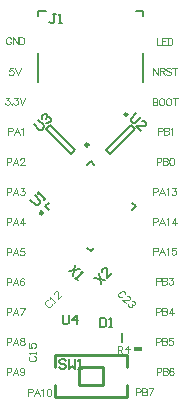
<source format=gto>
G04*
G04 #@! TF.GenerationSoftware,Altium Limited,CircuitMaker,2.2.1 (2.2.1.6)*
G04*
G04 Layer_Color=15132400*
%FSLAX25Y25*%
%MOIN*%
G70*
G04*
G04 #@! TF.SameCoordinates,FB4DA932-24D3-4F87-B050-2CA4388B978A*
G04*
G04*
G04 #@! TF.FilePolarity,Positive*
G04*
G01*
G75*
%ADD10C,0.01000*%
%ADD11C,0.00984*%
%ADD12C,0.00787*%
%ADD13C,0.00500*%
%ADD14C,0.00394*%
%ADD15C,0.00591*%
%ADD16R,0.03000X0.01800*%
D10*
X129614Y185831D02*
G03*
X129614Y185831I-500J0D01*
G01*
X126315Y105858D02*
X134315D01*
X126315D02*
Y111858D01*
X134315D01*
Y105858D02*
Y111858D01*
X142315D02*
Y115858D01*
X118315D02*
X142315D01*
X118315Y111858D02*
Y115858D01*
Y101858D02*
Y105858D01*
Y101858D02*
X142315D01*
Y105858D01*
D11*
X142586Y196020D02*
G03*
X142586Y196020I-492J0D01*
G01*
X114382Y163127D02*
G03*
X114382Y163127I-492J0D01*
G01*
D12*
X123755Y182727D02*
X125147Y184119D01*
X115404Y191078D02*
X116796Y192470D01*
X125147Y184119D01*
X115404Y191078D02*
X123755Y182727D01*
X136874D02*
X145226Y191078D01*
X135483Y184119D02*
X143834Y192470D01*
X135483Y184119D02*
X136874Y182727D01*
X143834Y192470D02*
X145226Y191078D01*
X112815Y230417D02*
X115315D01*
X112815Y228917D02*
Y230417D01*
X145315D02*
X147815D01*
Y228917D02*
Y230417D01*
Y206917D02*
Y216417D01*
X112815Y206917D02*
Y216417D01*
X130315Y150321D02*
X131568Y151574D01*
X129062D02*
X130315Y150321D01*
X144095Y164102D02*
X145348Y165354D01*
X144095Y166607D02*
X145348Y165354D01*
X130315Y180387D02*
X131568Y179135D01*
X129062D02*
X130315Y180387D01*
X115282Y165354D02*
X116535Y166607D01*
X115282Y165354D02*
X116535Y164102D01*
D13*
X140946Y120178D02*
Y123131D01*
D14*
X102756Y190298D02*
X103768D01*
X104105Y190410D01*
X104218Y190523D01*
X104330Y190748D01*
Y191085D01*
X104218Y191310D01*
X104105Y191422D01*
X103768Y191535D01*
X102756D01*
Y189173D01*
X106658D02*
X105759Y191535D01*
X104859Y189173D01*
X105196Y189961D02*
X106321D01*
X107209Y191085D02*
X107434Y191198D01*
X107772Y191535D01*
Y189173D01*
X151181Y170219D02*
X152193D01*
X152531Y170332D01*
X152643Y170444D01*
X152756Y170669D01*
Y171006D01*
X152643Y171231D01*
X152531Y171344D01*
X152193Y171456D01*
X151181D01*
Y169095D01*
X155084D02*
X154184Y171456D01*
X153284Y169095D01*
X153621Y169882D02*
X154746D01*
X155635Y171006D02*
X155859Y171119D01*
X156197Y171456D01*
Y169095D01*
X157591Y171456D02*
X158828D01*
X158154Y170556D01*
X158491D01*
X158716Y170444D01*
X158828Y170332D01*
X158941Y169994D01*
Y169769D01*
X158828Y169432D01*
X158604Y169207D01*
X158266Y169095D01*
X157929D01*
X157591Y169207D01*
X157479Y169319D01*
X157367Y169544D01*
X102362Y180259D02*
X103374D01*
X103712Y180371D01*
X103824Y180483D01*
X103937Y180708D01*
Y181046D01*
X103824Y181271D01*
X103712Y181383D01*
X103374Y181496D01*
X102362D01*
Y179134D01*
X106265D02*
X105365Y181496D01*
X104465Y179134D01*
X104803Y179921D02*
X105927D01*
X106928Y180933D02*
Y181046D01*
X107041Y181271D01*
X107153Y181383D01*
X107378Y181496D01*
X107828D01*
X108053Y181383D01*
X108165Y181271D01*
X108278Y181046D01*
Y180821D01*
X108165Y180596D01*
X107940Y180259D01*
X106816Y179134D01*
X108390D01*
X145472Y103487D02*
X146485D01*
X146822Y103599D01*
X146934Y103712D01*
X147047Y103937D01*
Y104274D01*
X146934Y104499D01*
X146822Y104611D01*
X146485Y104724D01*
X145472D01*
Y102362D01*
X147575Y104724D02*
Y102362D01*
Y104724D02*
X148588D01*
X148925Y104611D01*
X149038Y104499D01*
X149150Y104274D01*
Y104049D01*
X149038Y103824D01*
X148925Y103712D01*
X148588Y103599D01*
X147575D02*
X148588D01*
X148925Y103487D01*
X149038Y103374D01*
X149150Y103149D01*
Y102812D01*
X149038Y102587D01*
X148925Y102475D01*
X148588Y102362D01*
X147575D01*
X151253Y104724D02*
X150128Y102362D01*
X149679Y104724D02*
X151253D01*
X152362Y110180D02*
X153374D01*
X153712Y110292D01*
X153824Y110405D01*
X153937Y110630D01*
Y110967D01*
X153824Y111192D01*
X153712Y111304D01*
X153374Y111417D01*
X152362D01*
Y109055D01*
X154465Y111417D02*
Y109055D01*
Y111417D02*
X155477D01*
X155815Y111304D01*
X155927Y111192D01*
X156040Y110967D01*
Y110742D01*
X155927Y110517D01*
X155815Y110405D01*
X155477Y110292D01*
X154465D02*
X155477D01*
X155815Y110180D01*
X155927Y110067D01*
X156040Y109842D01*
Y109505D01*
X155927Y109280D01*
X155815Y109168D01*
X155477Y109055D01*
X154465D01*
X157918Y111079D02*
X157805Y111304D01*
X157468Y111417D01*
X157243D01*
X156906Y111304D01*
X156681Y110967D01*
X156568Y110405D01*
Y109842D01*
X156681Y109392D01*
X156906Y109168D01*
X157243Y109055D01*
X157355D01*
X157693Y109168D01*
X157918Y109392D01*
X158030Y109730D01*
Y109842D01*
X157918Y110180D01*
X157693Y110405D01*
X157355Y110517D01*
X157243D01*
X156906Y110405D01*
X156681Y110180D01*
X156568Y109842D01*
X152165Y120219D02*
X153177D01*
X153515Y120332D01*
X153627Y120444D01*
X153740Y120669D01*
Y121006D01*
X153627Y121231D01*
X153515Y121344D01*
X153177Y121456D01*
X152165D01*
Y119095D01*
X154268Y121456D02*
Y119095D01*
Y121456D02*
X155280D01*
X155618Y121344D01*
X155730Y121231D01*
X155843Y121006D01*
Y120781D01*
X155730Y120556D01*
X155618Y120444D01*
X155280Y120332D01*
X154268D02*
X155280D01*
X155618Y120219D01*
X155730Y120107D01*
X155843Y119882D01*
Y119544D01*
X155730Y119319D01*
X155618Y119207D01*
X155280Y119095D01*
X154268D01*
X157721Y121456D02*
X156596D01*
X156484Y120444D01*
X156596Y120556D01*
X156934Y120669D01*
X157271D01*
X157608Y120556D01*
X157833Y120332D01*
X157946Y119994D01*
Y119769D01*
X157833Y119432D01*
X157608Y119207D01*
X157271Y119095D01*
X156934D01*
X156596Y119207D01*
X156484Y119319D01*
X156371Y119544D01*
X152165Y130259D02*
X153177D01*
X153515Y130371D01*
X153627Y130483D01*
X153740Y130708D01*
Y131046D01*
X153627Y131271D01*
X153515Y131383D01*
X153177Y131496D01*
X152165D01*
Y129134D01*
X154268Y131496D02*
Y129134D01*
Y131496D02*
X155280D01*
X155618Y131383D01*
X155730Y131271D01*
X155843Y131046D01*
Y130821D01*
X155730Y130596D01*
X155618Y130483D01*
X155280Y130371D01*
X154268D02*
X155280D01*
X155618Y130259D01*
X155730Y130146D01*
X155843Y129921D01*
Y129584D01*
X155730Y129359D01*
X155618Y129246D01*
X155280Y129134D01*
X154268D01*
X157496Y131496D02*
X156371Y129921D01*
X158058D01*
X157496Y131496D02*
Y129134D01*
X152165Y140298D02*
X153177D01*
X153515Y140410D01*
X153627Y140523D01*
X153740Y140748D01*
Y141085D01*
X153627Y141310D01*
X153515Y141422D01*
X153177Y141535D01*
X152165D01*
Y139173D01*
X154268Y141535D02*
Y139173D01*
Y141535D02*
X155280D01*
X155618Y141422D01*
X155730Y141310D01*
X155843Y141085D01*
Y140860D01*
X155730Y140635D01*
X155618Y140523D01*
X155280Y140410D01*
X154268D02*
X155280D01*
X155618Y140298D01*
X155730Y140185D01*
X155843Y139961D01*
Y139623D01*
X155730Y139398D01*
X155618Y139286D01*
X155280Y139173D01*
X154268D01*
X156596Y141535D02*
X157833D01*
X157159Y140635D01*
X157496D01*
X157721Y140523D01*
X157833Y140410D01*
X157946Y140073D01*
Y139848D01*
X157833Y139511D01*
X157608Y139286D01*
X157271Y139173D01*
X156934D01*
X156596Y139286D01*
X156484Y139398D01*
X156371Y139623D01*
X151181Y150337D02*
X152193D01*
X152531Y150450D01*
X152643Y150562D01*
X152756Y150787D01*
Y151125D01*
X152643Y151349D01*
X152531Y151462D01*
X152193Y151574D01*
X151181D01*
Y149213D01*
X155084D02*
X154184Y151574D01*
X153284Y149213D01*
X153621Y150000D02*
X154746D01*
X155635Y151125D02*
X155859Y151237D01*
X156197Y151574D01*
Y149213D01*
X158716Y151574D02*
X157591D01*
X157479Y150562D01*
X157591Y150675D01*
X157929Y150787D01*
X158266D01*
X158604Y150675D01*
X158828Y150450D01*
X158941Y150112D01*
Y149887D01*
X158828Y149550D01*
X158604Y149325D01*
X158266Y149213D01*
X157929D01*
X157591Y149325D01*
X157479Y149437D01*
X157367Y149662D01*
X151181Y160180D02*
X152193D01*
X152531Y160292D01*
X152643Y160405D01*
X152756Y160630D01*
Y160967D01*
X152643Y161192D01*
X152531Y161304D01*
X152193Y161417D01*
X151181D01*
Y159055D01*
X155084D02*
X154184Y161417D01*
X153284Y159055D01*
X153621Y159842D02*
X154746D01*
X155635Y160967D02*
X155859Y161079D01*
X156197Y161417D01*
Y159055D01*
X158491Y161417D02*
X157367Y159842D01*
X159053D01*
X158491Y161417D02*
Y159055D01*
X152362Y180259D02*
X153374D01*
X153712Y180371D01*
X153824Y180483D01*
X153937Y180708D01*
Y181046D01*
X153824Y181271D01*
X153712Y181383D01*
X153374Y181496D01*
X152362D01*
Y179134D01*
X154465Y181496D02*
Y179134D01*
Y181496D02*
X155477D01*
X155815Y181383D01*
X155927Y181271D01*
X156040Y181046D01*
Y180821D01*
X155927Y180596D01*
X155815Y180483D01*
X155477Y180371D01*
X154465D02*
X155477D01*
X155815Y180259D01*
X155927Y180146D01*
X156040Y179921D01*
Y179584D01*
X155927Y179359D01*
X155815Y179246D01*
X155477Y179134D01*
X154465D01*
X157243Y181496D02*
X156906Y181383D01*
X156681Y181046D01*
X156568Y180483D01*
Y180146D01*
X156681Y179584D01*
X156906Y179246D01*
X157243Y179134D01*
X157468D01*
X157805Y179246D01*
X158030Y179584D01*
X158143Y180146D01*
Y180483D01*
X158030Y181046D01*
X157805Y181383D01*
X157468Y181496D01*
X157243D01*
X152756Y190298D02*
X153768D01*
X154105Y190410D01*
X154218Y190523D01*
X154330Y190748D01*
Y191085D01*
X154218Y191310D01*
X154105Y191422D01*
X153768Y191535D01*
X152756D01*
Y189173D01*
X154859Y191535D02*
Y189173D01*
Y191535D02*
X155871D01*
X156209Y191422D01*
X156321Y191310D01*
X156433Y191085D01*
Y190860D01*
X156321Y190635D01*
X156209Y190523D01*
X155871Y190410D01*
X154859D02*
X155871D01*
X156209Y190298D01*
X156321Y190185D01*
X156433Y189961D01*
Y189623D01*
X156321Y189398D01*
X156209Y189286D01*
X155871Y189173D01*
X154859D01*
X156962Y191085D02*
X157187Y191198D01*
X157524Y191535D01*
Y189173D01*
X150984Y201377D02*
Y199016D01*
Y201377D02*
X151996D01*
X152334Y201265D01*
X152446Y201152D01*
X152559Y200928D01*
Y200703D01*
X152446Y200478D01*
X152334Y200365D01*
X151996Y200253D01*
X150984D02*
X151996D01*
X152334Y200140D01*
X152446Y200028D01*
X152559Y199803D01*
Y199466D01*
X152446Y199241D01*
X152334Y199128D01*
X151996Y199016D01*
X150984D01*
X153762Y201377D02*
X153537Y201265D01*
X153312Y201040D01*
X153200Y200815D01*
X153087Y200478D01*
Y199915D01*
X153200Y199578D01*
X153312Y199353D01*
X153537Y199128D01*
X153762Y199016D01*
X154212D01*
X154437Y199128D01*
X154662Y199353D01*
X154774Y199578D01*
X154887Y199915D01*
Y200478D01*
X154774Y200815D01*
X154662Y201040D01*
X154437Y201265D01*
X154212Y201377D01*
X153762D01*
X156113D02*
X155888Y201265D01*
X155663Y201040D01*
X155550Y200815D01*
X155438Y200478D01*
Y199915D01*
X155550Y199578D01*
X155663Y199353D01*
X155888Y199128D01*
X156113Y199016D01*
X156562D01*
X156787Y199128D01*
X157012Y199353D01*
X157125Y199578D01*
X157237Y199915D01*
Y200478D01*
X157125Y200815D01*
X157012Y201040D01*
X156787Y201265D01*
X156562Y201377D01*
X156113D01*
X158575D02*
Y199016D01*
X157788Y201377D02*
X159363D01*
X151181Y211417D02*
Y209055D01*
Y211417D02*
X152756Y209055D01*
Y211417D02*
Y209055D01*
X153408Y211417D02*
Y209055D01*
Y211417D02*
X154420D01*
X154757Y211304D01*
X154870Y211192D01*
X154982Y210967D01*
Y210742D01*
X154870Y210517D01*
X154757Y210405D01*
X154420Y210292D01*
X153408D01*
X154195D02*
X154982Y209055D01*
X157085Y211079D02*
X156860Y211304D01*
X156523Y211417D01*
X156073D01*
X155736Y211304D01*
X155511Y211079D01*
Y210855D01*
X155623Y210630D01*
X155736Y210517D01*
X155961Y210405D01*
X156635Y210180D01*
X156860Y210067D01*
X156973Y209955D01*
X157085Y209730D01*
Y209392D01*
X156860Y209168D01*
X156523Y209055D01*
X156073D01*
X155736Y209168D01*
X155511Y209392D01*
X158401Y211417D02*
Y209055D01*
X157614Y211417D02*
X159188D01*
X152559Y221456D02*
Y219094D01*
X153909D01*
X155629Y221456D02*
X154167D01*
Y219094D01*
X155629D01*
X154167Y220332D02*
X155067D01*
X156023Y221456D02*
Y219094D01*
Y221456D02*
X156810D01*
X157148Y221344D01*
X157372Y221119D01*
X157485Y220894D01*
X157597Y220556D01*
Y219994D01*
X157485Y219657D01*
X157372Y219432D01*
X157148Y219207D01*
X156810Y219094D01*
X156023D01*
X109449Y103290D02*
X110461D01*
X110798Y103402D01*
X110911Y103515D01*
X111023Y103740D01*
Y104077D01*
X110911Y104302D01*
X110798Y104415D01*
X110461Y104527D01*
X109449D01*
Y102165D01*
X113351D02*
X112452Y104527D01*
X111552Y102165D01*
X111889Y102953D02*
X113014D01*
X113902Y104077D02*
X114127Y104190D01*
X114465Y104527D01*
Y102165D01*
X116309Y104527D02*
X115972Y104415D01*
X115747Y104077D01*
X115634Y103515D01*
Y103177D01*
X115747Y102615D01*
X115972Y102278D01*
X116309Y102165D01*
X116534D01*
X116871Y102278D01*
X117096Y102615D01*
X117209Y103177D01*
Y103515D01*
X117096Y104077D01*
X116871Y104415D01*
X116534Y104527D01*
X116309D01*
X102362Y110180D02*
X103374D01*
X103712Y110292D01*
X103824Y110405D01*
X103937Y110630D01*
Y110967D01*
X103824Y111192D01*
X103712Y111304D01*
X103374Y111417D01*
X102362D01*
Y109055D01*
X106265D02*
X105365Y111417D01*
X104465Y109055D01*
X104803Y109842D02*
X105927D01*
X108278Y110630D02*
X108165Y110292D01*
X107940Y110067D01*
X107603Y109955D01*
X107491D01*
X107153Y110067D01*
X106928Y110292D01*
X106816Y110630D01*
Y110742D01*
X106928Y111079D01*
X107153Y111304D01*
X107491Y111417D01*
X107603D01*
X107940Y111304D01*
X108165Y111079D01*
X108278Y110630D01*
Y110067D01*
X108165Y109505D01*
X107940Y109168D01*
X107603Y109055D01*
X107378D01*
X107041Y109168D01*
X106928Y109392D01*
X102362Y120219D02*
X103374D01*
X103712Y120332D01*
X103824Y120444D01*
X103937Y120669D01*
Y121006D01*
X103824Y121231D01*
X103712Y121344D01*
X103374Y121456D01*
X102362D01*
Y119095D01*
X106265D02*
X105365Y121456D01*
X104465Y119095D01*
X104803Y119882D02*
X105927D01*
X107378Y121456D02*
X107041Y121344D01*
X106928Y121119D01*
Y120894D01*
X107041Y120669D01*
X107265Y120556D01*
X107715Y120444D01*
X108053Y120332D01*
X108278Y120107D01*
X108390Y119882D01*
Y119544D01*
X108278Y119319D01*
X108165Y119207D01*
X107828Y119095D01*
X107378D01*
X107041Y119207D01*
X106928Y119319D01*
X106816Y119544D01*
Y119882D01*
X106928Y120107D01*
X107153Y120332D01*
X107491Y120444D01*
X107940Y120556D01*
X108165Y120669D01*
X108278Y120894D01*
Y121119D01*
X108165Y121344D01*
X107828Y121456D01*
X107378D01*
X102362Y130259D02*
X103374D01*
X103712Y130371D01*
X103824Y130483D01*
X103937Y130708D01*
Y131046D01*
X103824Y131271D01*
X103712Y131383D01*
X103374Y131496D01*
X102362D01*
Y129134D01*
X106265D02*
X105365Y131496D01*
X104465Y129134D01*
X104803Y129921D02*
X105927D01*
X108390Y131496D02*
X107265Y129134D01*
X106816Y131496D02*
X108390D01*
X102362Y140101D02*
X103374D01*
X103712Y140214D01*
X103824Y140326D01*
X103937Y140551D01*
Y140888D01*
X103824Y141113D01*
X103712Y141226D01*
X103374Y141338D01*
X102362D01*
Y138976D01*
X106265D02*
X105365Y141338D01*
X104465Y138976D01*
X104803Y139764D02*
X105927D01*
X108165Y141001D02*
X108053Y141226D01*
X107715Y141338D01*
X107491D01*
X107153Y141226D01*
X106928Y140888D01*
X106816Y140326D01*
Y139764D01*
X106928Y139314D01*
X107153Y139089D01*
X107491Y138976D01*
X107603D01*
X107940Y139089D01*
X108165Y139314D01*
X108278Y139651D01*
Y139764D01*
X108165Y140101D01*
X107940Y140326D01*
X107603Y140438D01*
X107491D01*
X107153Y140326D01*
X106928Y140101D01*
X106816Y139764D01*
X102362Y150140D02*
X103374D01*
X103712Y150253D01*
X103824Y150365D01*
X103937Y150590D01*
Y150928D01*
X103824Y151153D01*
X103712Y151265D01*
X103374Y151377D01*
X102362D01*
Y149016D01*
X106265D02*
X105365Y151377D01*
X104465Y149016D01*
X104803Y149803D02*
X105927D01*
X108165Y151377D02*
X107041D01*
X106928Y150365D01*
X107041Y150478D01*
X107378Y150590D01*
X107715D01*
X108053Y150478D01*
X108278Y150253D01*
X108390Y149915D01*
Y149690D01*
X108278Y149353D01*
X108053Y149128D01*
X107715Y149016D01*
X107378D01*
X107041Y149128D01*
X106928Y149241D01*
X106816Y149466D01*
X102362Y160180D02*
X103374D01*
X103712Y160292D01*
X103824Y160405D01*
X103937Y160630D01*
Y160967D01*
X103824Y161192D01*
X103712Y161304D01*
X103374Y161417D01*
X102362D01*
Y159055D01*
X106265D02*
X105365Y161417D01*
X104465Y159055D01*
X104803Y159842D02*
X105927D01*
X107940Y161417D02*
X106816Y159842D01*
X108503D01*
X107940Y161417D02*
Y159055D01*
X102362Y170219D02*
X103374D01*
X103712Y170332D01*
X103824Y170444D01*
X103937Y170669D01*
Y171006D01*
X103824Y171231D01*
X103712Y171344D01*
X103374Y171456D01*
X102362D01*
Y169095D01*
X106265D02*
X105365Y171456D01*
X104465Y169095D01*
X104803Y169882D02*
X105927D01*
X107041Y171456D02*
X108278D01*
X107603Y170556D01*
X107940D01*
X108165Y170444D01*
X108278Y170332D01*
X108390Y169994D01*
Y169769D01*
X108278Y169432D01*
X108053Y169207D01*
X107715Y169095D01*
X107378D01*
X107041Y169207D01*
X106928Y169319D01*
X106816Y169544D01*
X101997Y201574D02*
X103234D01*
X102559Y200675D01*
X102896D01*
X103121Y200562D01*
X103234Y200450D01*
X103346Y200112D01*
Y199887D01*
X103234Y199550D01*
X103009Y199325D01*
X102671Y199213D01*
X102334D01*
X101997Y199325D01*
X101884Y199437D01*
X101772Y199662D01*
X103987Y199437D02*
X103875Y199325D01*
X103987Y199213D01*
X104100Y199325D01*
X103987Y199437D01*
X104842Y201574D02*
X106079D01*
X105404Y200675D01*
X105742D01*
X105966Y200562D01*
X106079Y200450D01*
X106191Y200112D01*
Y199887D01*
X106079Y199550D01*
X105854Y199325D01*
X105517Y199213D01*
X105179D01*
X104842Y199325D01*
X104729Y199437D01*
X104617Y199662D01*
X106720Y201574D02*
X107620Y199213D01*
X108519Y201574D02*
X107620Y199213D01*
X104499Y211417D02*
X103375D01*
X103262Y210405D01*
X103375Y210517D01*
X103712Y210630D01*
X104049D01*
X104387Y210517D01*
X104612Y210292D01*
X104724Y209955D01*
Y209730D01*
X104612Y209392D01*
X104387Y209168D01*
X104049Y209055D01*
X103712D01*
X103375Y209168D01*
X103262Y209280D01*
X103150Y209505D01*
X105253Y211417D02*
X106152Y209055D01*
X107052Y211417D02*
X106152Y209055D01*
X103852Y221091D02*
X103740Y221316D01*
X103515Y221541D01*
X103290Y221653D01*
X102840D01*
X102615Y221541D01*
X102390Y221316D01*
X102278Y221091D01*
X102165Y220753D01*
Y220191D01*
X102278Y219854D01*
X102390Y219629D01*
X102615Y219404D01*
X102840Y219291D01*
X103290D01*
X103515Y219404D01*
X103740Y219629D01*
X103852Y219854D01*
Y220191D01*
X103290D02*
X103852D01*
X104392Y221653D02*
Y219291D01*
Y221653D02*
X105967Y219291D01*
Y221653D02*
Y219291D01*
X106619Y221653D02*
Y219291D01*
Y221653D02*
X107406D01*
X107744Y221541D01*
X107968Y221316D01*
X108081Y221091D01*
X108193Y220753D01*
Y220191D01*
X108081Y219854D01*
X107968Y219629D01*
X107744Y219404D01*
X107406Y219291D01*
X106619D01*
X139371Y116536D02*
Y118897D01*
X140551D01*
X140945Y118504D01*
Y117717D01*
X140551Y117323D01*
X139371D01*
X140158D02*
X140945Y116536D01*
X142913D02*
Y118897D01*
X141732Y117717D01*
X143306D01*
X141766Y136119D02*
X141766Y136675D01*
X141210Y137232D01*
X140653D01*
X139540Y136119D01*
Y135562D01*
X140096Y135005D01*
X140653D01*
X142044Y133057D02*
X140931Y134170D01*
X143158D01*
X143436Y134449D01*
X143436Y135005D01*
X142879Y135562D01*
X142323D01*
X143993Y133892D02*
X144549D01*
X145106Y133336D01*
X145106Y132779D01*
X144827Y132501D01*
X144271D01*
X143993Y132779D01*
X144271Y132501D01*
Y131944D01*
X143993Y131666D01*
X143436D01*
X142879Y132222D01*
Y132779D01*
X110040Y115355D02*
X109646Y114961D01*
Y114174D01*
X110040Y113780D01*
X111614D01*
X112007Y114174D01*
Y114961D01*
X111614Y115355D01*
X112007Y116142D02*
Y116929D01*
Y116535D01*
X109646D01*
X110040Y116142D01*
X109646Y119684D02*
Y118110D01*
X110827D01*
X110433Y118897D01*
Y119290D01*
X110827Y119684D01*
X111614D01*
X112007Y119290D01*
Y118503D01*
X111614Y118110D01*
X116186Y134031D02*
X115629Y134031D01*
X115073Y133475D01*
Y132918D01*
X116186Y131805D01*
X116743D01*
X117299Y132362D01*
Y132918D01*
X118134Y133196D02*
X118691Y133753D01*
X118412Y133475D01*
X116743Y135145D01*
Y134588D01*
X120639Y135701D02*
X119526Y134588D01*
Y136814D01*
X119247Y137093D01*
X118691D01*
X118134Y136536D01*
X118134Y135979D01*
D15*
X120998Y129133D02*
Y126509D01*
X121523Y125985D01*
X122573D01*
X123097Y126509D01*
Y129133D01*
X125721Y125985D02*
Y129133D01*
X124147Y127559D01*
X126246D01*
X133334Y128149D02*
Y125001D01*
X134908D01*
X135433Y125525D01*
Y127624D01*
X134908Y128149D01*
X133334D01*
X136483Y125001D02*
X137532D01*
X137007D01*
Y128149D01*
X136483Y127624D01*
X131480Y141581D02*
X135191Y140839D01*
X132965Y143065D02*
X133707Y139354D01*
X137417Y143065D02*
X135933Y141581D01*
Y144549D01*
X135562Y144920D01*
X134820D01*
X134078Y144178D01*
X134078Y143436D01*
X125220Y145905D02*
X124477Y142194D01*
X126704Y144420D02*
X122993Y143678D01*
X125220Y141452D02*
X125962Y140710D01*
X125591Y141081D01*
X127817Y143307D01*
X127075Y143307D01*
X111402Y192762D02*
X113257Y190907D01*
X113999D01*
X114741Y191649D01*
X114741Y192391D01*
X112886Y194246D01*
X113999Y194617D02*
X113999Y195359D01*
X114741Y196101D01*
X115483D01*
X115854Y195730D01*
Y194988D01*
X115483Y194617D01*
X115854Y194988D01*
X116596Y194988D01*
X116967Y194617D01*
X116967Y193875D01*
X116225Y193133D01*
X115483D01*
X145518Y196473D02*
X143662Y194617D01*
Y193875D01*
X144404Y193133D01*
X145147Y193133D01*
X147002Y194988D01*
Y190535D02*
X145518Y192020D01*
X148486D01*
X148857Y192391D01*
Y193133D01*
X148115Y193875D01*
X147373Y193875D01*
X122048Y113845D02*
X121523Y114370D01*
X120474D01*
X119949Y113845D01*
Y113320D01*
X120474Y112795D01*
X121523D01*
X122048Y112270D01*
Y111746D01*
X121523Y111221D01*
X120474D01*
X119949Y111746D01*
X123097Y114370D02*
Y111221D01*
X124147Y112270D01*
X125196Y111221D01*
Y114370D01*
X126246Y111221D02*
X127295D01*
X126771D01*
Y114370D01*
X126246Y113845D01*
X110198Y167542D02*
X112053Y165687D01*
X112795D01*
X113537Y166429D01*
X113537Y167171D01*
X111682Y169027D01*
X114651Y167542D02*
X115393Y168284D01*
X115022Y167913D01*
X112795Y170140D01*
X112795Y169398D01*
X118701Y229527D02*
X117651D01*
X118176D01*
Y226903D01*
X117651Y226378D01*
X117127D01*
X116602Y226903D01*
X119750Y226378D02*
X120800D01*
X120275D01*
Y229527D01*
X119750Y229002D01*
D16*
X146260Y117716D02*
D03*
M02*

</source>
